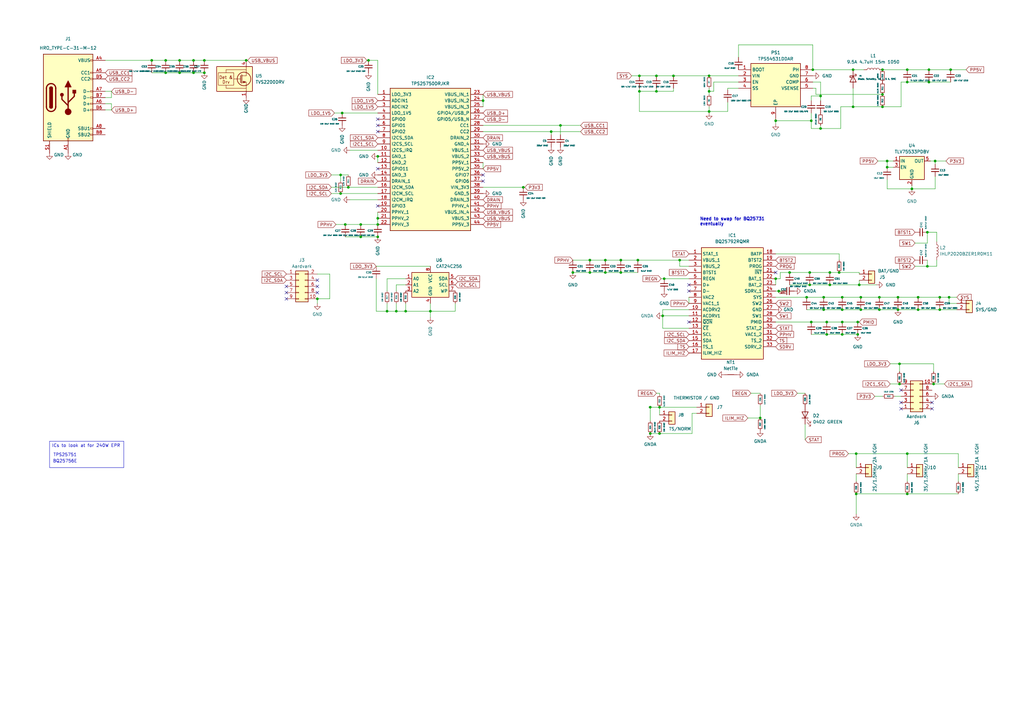
<source format=kicad_sch>
(kicad_sch (version 20231120) (generator "eeschema") (generator_version "8.0")
  (paper "A3")
  (junction (at 368.3 127))
  (junction (at 368.935 157.48))
  (junction (at 385.445 127))
  (junction (at 147.955 97.155))
  (junction (at 318.135 49.53))
  (junction (at 79.375 29.845))
  (junction (at 332.105 111.76))
  (junction (at 290.83 37.465))
  (junction (at 345.44 127))
  (junction (at 262.255 37.465))
  (junction (at 344.17 111.76))
  (junction (at 248.285 106.68))
  (junction (at 340.36 111.76))
  (junction (at 360.68 127))
  (junction (at 383.54 66.04))
  (junction (at 241.935 106.68))
  (junction (at 349.885 43.815))
  (junction (at 372.11 33.655))
  (junction (at 278.765 106.68))
  (junction (at 372.11 28.575))
  (junction (at 269.24 37.465))
  (junction (at 154.94 97.155))
  (junction (at 166.37 127.635))
  (junction (at 340.36 116.84))
  (junction (at 139.7 79.375))
  (junction (at 372.11 202.565))
  (junction (at 176.53 127.635))
  (junction (at 62.23 24.765))
  (junction (at 290.83 45.72))
  (junction (at 272.415 114.3))
  (junction (at 198.12 41.275))
  (junction (at 241.935 111.76))
  (junction (at 353.06 121.92))
  (junction (at 147.955 92.075))
  (junction (at 385.445 121.92))
  (junction (at 361.95 28.575))
  (junction (at 351.155 202.565))
  (junction (at 270.51 167.005))
  (junction (at 140.335 46.355))
  (junction (at 83.82 29.845))
  (junction (at 361.95 38.735))
  (junction (at 142.875 76.835))
  (junction (at 351.79 132.08))
  (junction (at 254.635 111.76))
  (junction (at 339.09 137.16))
  (junction (at 261.62 106.68))
  (junction (at 141.605 92.075))
  (junction (at 333.375 28.575))
  (junction (at 363.855 66.04))
  (junction (at 380.365 95.25))
  (junction (at 100.965 24.765))
  (junction (at 290.83 31.115))
  (junction (at 83.82 24.765))
  (junction (at 381 33.655))
  (junction (at 214.63 76.835))
  (junction (at 368.3 121.92))
  (junction (at 319.405 119.38))
  (junction (at 374.015 77.47))
  (junction (at 276.225 31.115))
  (junction (at 380.365 109.22))
  (junction (at 330.835 121.92))
  (junction (at 266.7 177.8))
  (junction (at 151.13 24.765))
  (junction (at 345.44 132.08))
  (junction (at 254.635 106.68))
  (junction (at 73.66 29.845))
  (junction (at 271.78 129.54))
  (junction (at 361.95 43.815))
  (junction (at 229.87 51.435))
  (junction (at 351.79 137.16))
  (junction (at 381 28.575))
  (junction (at 389.255 121.92))
  (junction (at 389.89 28.575))
  (junction (at 158.75 127.635))
  (junction (at 345.44 137.16))
  (junction (at 336.55 39.37))
  (junction (at 270.51 177.8))
  (junction (at 363.855 68.58))
  (junction (at 360.68 121.92))
  (junction (at 67.945 24.765))
  (junction (at 376.555 127))
  (junction (at 162.56 127.635))
  (junction (at 339.09 132.08))
  (junction (at 351.155 186.055))
  (junction (at 336.55 52.705))
  (junction (at 318.135 114.3))
  (junction (at 337.82 121.92))
  (junction (at 345.44 121.92))
  (junction (at 382.905 157.48))
  (junction (at 311.785 171.45))
  (junction (at 376.555 121.92))
  (junction (at 349.885 28.575))
  (junction (at 332.74 49.53))
  (junction (at 266.7 167.005))
  (junction (at 353.06 127))
  (junction (at 372.11 186.055))
  (junction (at 73.66 24.765))
  (junction (at 323.85 111.76))
  (junction (at 139.7 71.755))
  (junction (at 154.94 92.075))
  (junction (at 269.24 31.115))
  (junction (at 248.285 111.76))
  (junction (at 337.82 127))
  (junction (at 226.06 53.975))
  (junction (at 332.105 116.84))
  (junction (at 234.95 111.76))
  (junction (at 262.255 31.115))
  (junction (at 352.425 116.84))
  (junction (at 154.94 64.135))
  (junction (at 332.74 132.08))
  (junction (at 154.94 89.535))
  (junction (at 130.175 122.555))
  (junction (at 368.935 149.225))
  (junction (at 79.375 24.765))
  (junction (at 67.945 29.845))
  (no_connect (at 369.57 167.64))
  (no_connect (at 130.175 117.475))
  (no_connect (at 369.57 165.1))
  (no_connect (at 318.135 111.76))
  (no_connect (at 369.57 160.02))
  (no_connect (at 282.575 132.08))
  (no_connect (at 154.94 48.895))
  (no_connect (at 117.475 120.015))
  (no_connect (at 382.27 167.64))
  (no_connect (at 282.575 119.38))
  (no_connect (at 130.175 120.015))
  (no_connect (at 117.475 122.555))
  (no_connect (at 117.475 117.475))
  (no_connect (at 154.94 84.455))
  (no_connect (at 382.27 165.1))
  (no_connect (at 154.94 53.975))
  (no_connect (at 198.12 74.295))
  (no_connect (at 154.94 69.215))
  (no_connect (at 282.575 116.84))
  (no_connect (at 198.12 71.755))
  (no_connect (at 154.94 51.435))
  (no_connect (at 130.175 114.935))
  (wire (pts (xy 374.015 77.47) (xy 374.015 76.2)))
  (wire (pts (xy 154.94 86.995) (xy 154.94 89.535)))
  (wire (pts (xy 349.885 43.815) (xy 361.95 43.815)))
  (wire (pts (xy 254.635 106.68) (xy 261.62 106.68)))
  (wire (pts (xy 262.255 37.465) (xy 262.255 45.72)))
  (wire (pts (xy 351.155 197.485) (xy 351.155 194.31)))
  (wire (pts (xy 166.37 127.635) (xy 166.37 124.46)))
  (wire (pts (xy 336.55 52.705) (xy 332.74 52.705)))
  (wire (pts (xy 349.885 36.195) (xy 349.885 43.815)))
  (wire (pts (xy 318.135 114.3) (xy 318.135 116.84)))
  (wire (pts (xy 318.135 121.92) (xy 330.835 121.92)))
  (wire (pts (xy 158.75 127.635) (xy 162.56 127.635)))
  (wire (pts (xy 320.04 114.3) (xy 318.135 114.3)))
  (wire (pts (xy 135.255 112.395) (xy 130.175 112.395)))
  (wire (pts (xy 372.11 197.485) (xy 372.11 194.31)))
  (wire (pts (xy 337.82 127) (xy 345.44 127)))
  (wire (pts (xy 363.855 68.58) (xy 366.395 68.58)))
  (wire (pts (xy 154.94 89.535) (xy 154.94 92.075)))
  (wire (pts (xy 269.24 37.465) (xy 276.225 37.465)))
  (wire (pts (xy 248.285 111.76) (xy 241.935 111.76)))
  (wire (pts (xy 330.835 121.92) (xy 337.82 121.92)))
  (wire (pts (xy 360.68 121.92) (xy 368.3 121.92)))
  (wire (pts (xy 392.43 121.92) (xy 389.255 121.92)))
  (wire (pts (xy 393.065 186.055) (xy 393.065 191.77)))
  (wire (pts (xy 351.155 186.055) (xy 372.11 186.055)))
  (wire (pts (xy 282.575 109.22) (xy 278.765 109.22)))
  (wire (pts (xy 333.375 33.655) (xy 336.55 33.655)))
  (wire (pts (xy 282.575 134.62) (xy 271.78 134.62)))
  (wire (pts (xy 384.175 109.22) (xy 380.365 109.22)))
  (wire (pts (xy 154.305 109.22) (xy 176.53 109.22)))
  (wire (pts (xy 323.85 111.76) (xy 332.105 111.76)))
  (wire (pts (xy 351.155 210.82) (xy 351.155 202.565)))
  (wire (pts (xy 248.285 106.68) (xy 254.635 106.68)))
  (wire (pts (xy 347.98 186.055) (xy 351.155 186.055)))
  (wire (pts (xy 306.705 171.45) (xy 311.785 171.45)))
  (wire (pts (xy 330.2 180.34) (xy 330.2 173.99)))
  (wire (pts (xy 375.285 99.695) (xy 380.365 99.695)))
  (wire (pts (xy 139.7 71.755) (xy 139.7 74.295)))
  (wire (pts (xy 62.23 24.765) (xy 67.945 24.765)))
  (wire (pts (xy 262.255 37.465) (xy 262.255 36.195)))
  (wire (pts (xy 380.365 99.695) (xy 380.365 95.25)))
  (wire (pts (xy 162.56 127.635) (xy 166.37 127.635)))
  (wire (pts (xy 339.09 137.16) (xy 332.74 137.16)))
  (wire (pts (xy 352.425 111.76) (xy 352.425 112.395)))
  (wire (pts (xy 67.945 29.845) (xy 62.23 29.845)))
  (wire (pts (xy 270.51 167.005) (xy 270.51 170.18)))
  (wire (pts (xy 381 33.655) (xy 372.11 33.655)))
  (wire (pts (xy 162.56 116.84) (xy 166.37 116.84)))
  (wire (pts (xy 393.065 197.485) (xy 393.065 194.31)))
  (wire (pts (xy 345.44 127) (xy 353.06 127)))
  (wire (pts (xy 368.935 149.225) (xy 382.905 149.225)))
  (wire (pts (xy 344.17 106.68) (xy 344.17 104.14)))
  (wire (pts (xy 384.175 106.68) (xy 384.175 109.22)))
  (wire (pts (xy 143.51 81.915) (xy 154.94 81.915)))
  (wire (pts (xy 271.78 129.54) (xy 271.78 127)))
  (wire (pts (xy 337.82 121.92) (xy 345.44 121.92)))
  (wire (pts (xy 234.95 106.68) (xy 241.935 106.68)))
  (wire (pts (xy 283.845 177.8) (xy 270.51 177.8)))
  (wire (pts (xy 266.7 167.005) (xy 266.7 172.72)))
  (wire (pts (xy 101.6 24.765) (xy 100.965 24.765)))
  (wire (pts (xy 332.105 111.76) (xy 340.36 111.76)))
  (wire (pts (xy 383.54 66.04) (xy 381.635 66.04)))
  (wire (pts (xy 332.74 132.08) (xy 339.09 132.08)))
  (wire (pts (xy 254.635 111.76) (xy 248.285 111.76)))
  (wire (pts (xy 142.875 76.835) (xy 154.94 76.835)))
  (wire (pts (xy 318.135 50.8) (xy 318.135 49.53)))
  (wire (pts (xy 238.125 51.435) (xy 229.87 51.435)))
  (wire (pts (xy 226.06 55.245) (xy 226.06 53.975)))
  (wire (pts (xy 368.935 152.4) (xy 368.935 149.225)))
  (wire (pts (xy 333.375 28.575) (xy 349.885 28.575)))
  (wire (pts (xy 270.51 161.29) (xy 269.24 161.29)))
  (wire (pts (xy 226.06 53.975) (xy 198.12 53.975)))
  (wire (pts (xy 158.75 127.635) (xy 158.75 124.46)))
  (wire (pts (xy 382.27 157.48) (xy 382.905 157.48)))
  (wire (pts (xy 166.37 114.3) (xy 158.75 114.3)))
  (wire (pts (xy 372.11 186.055) (xy 393.065 186.055)))
  (wire (pts (xy 367.03 162.56) (xy 369.57 162.56)))
  (wire (pts (xy 285.75 169.545) (xy 283.845 169.545)))
  (wire (pts (xy 333.375 18.415) (xy 333.375 28.575)))
  (wire (pts (xy 392.43 124.46) (xy 389.255 124.46)))
  (wire (pts (xy 139.7 79.375) (xy 154.94 79.375)))
  (wire (pts (xy 176.53 127.635) (xy 176.53 124.46)))
  (wire (pts (xy 186.69 127.635) (xy 176.53 127.635)))
  (wire (pts (xy 353.06 127) (xy 360.68 127)))
  (wire (pts (xy 290.83 36.195) (xy 290.83 37.465)))
  (wire (pts (xy 345.44 137.16) (xy 339.09 137.16)))
  (wire (pts (xy 79.375 29.845) (xy 73.66 29.845)))
  (wire (pts (xy 45.72 40.005) (xy 43.18 40.005)))
  (wire (pts (xy 358.775 162.56) (xy 361.95 162.56)))
  (wire (pts (xy 352.425 114.935) (xy 352.425 116.84)))
  (wire (pts (xy 135.89 71.755) (xy 139.7 71.755)))
  (wire (pts (xy 241.935 106.68) (xy 248.285 106.68)))
  (wire (pts (xy 344.805 52.705) (xy 344.805 43.815)))
  (wire (pts (xy 270.51 167.005) (xy 285.75 167.005)))
  (wire (pts (xy 332.74 49.53) (xy 332.74 46.355)))
  (wire (pts (xy 270.51 161.925) (xy 270.51 161.29)))
  (wire (pts (xy 186.69 124.46) (xy 186.69 127.635)))
  (wire (pts (xy 269.24 31.115) (xy 276.225 31.115)))
  (wire (pts (xy 261.62 106.68) (xy 278.765 106.68)))
  (wire (pts (xy 154.94 24.765) (xy 154.94 38.735)))
  (wire (pts (xy 282.575 124.46) (xy 282.575 121.92)))
  (wire (pts (xy 381 28.575) (xy 389.89 28.575)))
  (wire (pts (xy 276.225 31.115) (xy 290.83 31.115)))
  (wire (pts (xy 363.855 66.04) (xy 363.855 68.58)))
  (wire (pts (xy 43.18 24.765) (xy 62.23 24.765)))
  (wire (pts (xy 158.75 114.3) (xy 158.75 119.38)))
  (wire (pts (xy 320.04 111.76) (xy 323.85 111.76)))
  (wire (pts (xy 372.11 28.575) (xy 381 28.575)))
  (wire (pts (xy 135.255 122.555) (xy 135.255 112.395)))
  (wire (pts (xy 278.765 106.68) (xy 282.575 106.68)))
  (wire (pts (xy 344.805 43.815) (xy 349.885 43.815)))
  (wire (pts (xy 344.17 104.14) (xy 318.135 104.14)))
  (wire (pts (xy 276.225 37.465) (xy 276.225 36.195)))
  (wire (pts (xy 385.445 121.92) (xy 389.255 121.92)))
  (wire (pts (xy 214.63 76.835) (xy 198.12 76.835)))
  (wire (pts (xy 372.11 33.655) (xy 369.57 33.655)))
  (wire (pts (xy 292.735 33.655) (xy 302.895 33.655)))
  (wire (pts (xy 278.765 109.22) (xy 278.765 106.68)))
  (wire (pts (xy 382.905 157.48) (xy 387.35 157.48)))
  (wire (pts (xy 143.51 61.595) (xy 154.94 61.595)))
  (wire (pts (xy 360.045 66.04) (xy 363.855 66.04)))
  (wire (pts (xy 334.645 38.735) (xy 334.645 36.195)))
  (wire (pts (xy 302.895 23.495) (xy 302.895 18.415)))
  (wire (pts (xy 290.83 45.72) (xy 262.255 45.72)))
  (wire (pts (xy 238.125 53.975) (xy 226.06 53.975)))
  (wire (pts (xy 198.12 41.275) (xy 198.12 43.815)))
  (wire (pts (xy 344.17 111.76) (xy 352.425 111.76)))
  (wire (pts (xy 320.675 119.38) (xy 319.405 119.38)))
  (wire (pts (xy 43.18 37.465) (xy 45.72 37.465)))
  (wire (pts (xy 298.45 36.195) (xy 302.895 36.195)))
  (wire (pts (xy 359.41 116.84) (xy 352.425 116.84)))
  (wire (pts (xy 372.11 186.055) (xy 372.11 191.77)))
  (wire (pts (xy 363.855 73.66) (xy 363.855 77.47)))
  (wire (pts (xy 389.255 124.46) (xy 389.255 121.92)))
  (wire (pts (xy 290.83 46.355) (xy 290.83 45.72)))
  (wire (pts (xy 135.89 76.835) (xy 142.875 76.835)))
  (wire (pts (xy 323.85 116.84) (xy 332.105 116.84)))
  (wire (pts (xy 130.175 122.555) (xy 135.255 122.555)))
  (wire (pts (xy 45.72 45.085) (xy 43.18 45.085)))
  (wire (pts (xy 311.785 161.29) (xy 307.975 161.29)))
  (wire (pts (xy 319.405 119.38) (xy 319.405 120.015)))
  (wire (pts (xy 336.55 39.37) (xy 336.55 41.275)))
  (wire (pts (xy 351.79 137.16) (xy 345.44 137.16)))
  (wire (pts (xy 176.53 127.635) (xy 166.37 127.635)))
  (wire (pts (xy 137.795 92.075) (xy 141.605 92.075)))
  (wire (pts (xy 147.955 92.075) (xy 154.94 92.075)))
  (wire (pts (xy 261.62 111.76) (xy 254.635 111.76)))
  (wire (pts (xy 351.155 186.055) (xy 351.155 191.77)))
  (wire (pts (xy 311.785 171.45) (xy 311.785 166.37)))
  (wire (pts (xy 290.83 45.72) (xy 298.45 45.72)))
  (wire (pts (xy 380.365 109.22) (xy 380.365 106.68)))
  (wire (pts (xy 135.89 79.375) (xy 139.7 79.375)))
  (wire (pts (xy 269.24 37.465) (xy 269.24 36.195)))
  (wire (pts (xy 352.425 116.84) (xy 340.36 116.84)))
  (wire (pts (xy 368.3 121.92) (xy 376.555 121.92)))
  (wire (pts (xy 266.065 167.005) (xy 266.7 167.005)))
  (wire (pts (xy 396.24 28.575) (xy 389.89 28.575)))
  (wire (pts (xy 290.83 37.465) (xy 292.735 37.465)))
  (wire (pts (xy 198.12 38.735) (xy 198.12 41.275)))
  (wire (pts (xy 67.945 24.765) (xy 73.66 24.765)))
  (wire (pts (xy 83.82 29.845) (xy 79.375 29.845)))
  (wire (pts (xy 266.7 167.005) (xy 270.51 167.005)))
  (wire (pts (xy 271.78 127) (xy 282.575 127)))
  (wire (pts (xy 283.845 169.545) (xy 283.845 177.8)))
  (wire (pts (xy 372.11 28.575) (xy 361.95 28.575)))
  (wire (pts (xy 154.94 97.155) (xy 147.955 97.155)))
  (wire (pts (xy 361.95 43.815) (xy 369.57 43.815)))
  (wire (pts (xy 383.54 66.04) (xy 383.54 67.31)))
  (wire (pts (xy 154.94 64.135) (xy 154.94 66.675)))
  (wire (pts (xy 45.72 37.465) (xy 45.72 40.005)))
  (wire (pts (xy 271.78 134.62) (xy 271.78 129.54)))
  (wire (pts (xy 332.74 41.275) (xy 332.74 39.37)))
  (wire (pts (xy 162.56 127.635) (xy 162.56 124.46)))
  (wire (pts (xy 360.68 127) (xy 368.3 127)))
  (wire (pts (xy 365.125 149.225) (xy 368.935 149.225)))
  (wire (pts (xy 340.36 111.76) (xy 344.17 111.76)))
  (wire (pts (xy 382.905 149.225) (xy 382.905 152.4)))
  (wire (pts (xy 318.135 49.53) (xy 318.135 48.895)))
  (wire (pts (xy 162.56 119.38) (xy 162.56 116.84)))
  (wire (pts (xy 215.265 76.835) (xy 214.63 76.835)))
  (wire (pts (xy 384.175 95.25) (xy 380.365 95.25)))
  (wire (pts (xy 330.835 127) (xy 337.82 127)))
  (wire (pts (xy 330.2 161.29) (xy 327.025 161.29)))
  (wire (pts (xy 229.87 55.245) (xy 229.87 51.435)))
  (wire (pts (xy 292.735 37.465) (xy 292.735 33.655)))
  (wire (pts (xy 290.83 45.72) (xy 290.83 43.815)))
  (wire (pts (xy 383.54 77.47) (xy 374.015 77.47)))
  (wire (pts (xy 334.645 36.195) (xy 333.375 36.195)))
  (wire (pts (xy 198.12 66.675) (xy 198.12 69.215)))
  (wire (pts (xy 389.89 33.655) (xy 381 33.655)))
  (wire (pts (xy 272.415 114.3) (xy 282.575 114.3)))
  (wire (pts (xy 376.555 127) (xy 385.445 127)))
  (wire (pts (xy 271.78 129.54) (xy 282.575 129.54)))
  (wire (pts (xy 154.305 114.3) (xy 154.305 127.635)))
  (wire (pts (xy 262.255 31.115) (xy 269.24 31.115)))
  (wire (pts (xy 369.57 33.655) (xy 369.57 43.815)))
  (wire (pts (xy 150.495 24.765) (xy 151.13 24.765)))
  (wire (pts (xy 368.935 157.48) (xy 369.57 157.48)))
  (wire (pts (xy 387.985 66.04) (xy 383.54 66.04)))
  (wire (pts (xy 154.305 127.635) (xy 158.75 127.635)))
  (wire (pts (xy 332.74 39.37) (xy 336.55 39.37)))
  (wire (pts (xy 385.445 127) (xy 392.43 127)))
  (wire (pts (xy 334.645 38.735) (xy 361.95 38.735)))
  (wire (pts (xy 271.145 114.3) (xy 272.415 114.3)))
  (wire (pts (xy 141.605 97.155) (xy 147.955 97.155)))
  (wire (pts (xy 345.44 121.92) (xy 353.06 121.92)))
  (wire (pts (xy 318.135 132.08) (xy 332.74 132.08)))
  (wire (pts (xy 302.895 18.415) (xy 333.375 18.415)))
  (wire (pts (xy 375.285 109.22) (xy 380.365 109.22)))
  (wire (pts (xy 363.855 77.47) (xy 374.015 77.47)))
  (wire (pts (xy 320.04 111.76) (xy 320.04 114.3)))
  (wire (pts (xy 368.3 127) (xy 376.555 127)))
  (wire (pts (xy 270.51 177.8) (xy 266.7 177.8)))
  (wire (pts (xy 140.335 46.355) (xy 154.94 46.355)))
  (wire (pts (xy 176.53 130.175) (xy 176.53 127.635)))
  (wire (pts (xy 319.405 119.38) (xy 318.135 119.38)))
  (wire (pts (xy 352.425 132.08) (xy 351.79 132.08)))
  (wire (pts (xy 79.375 24.765) (xy 83.82 24.765)))
  (wire (pts (xy 372.11 202.565) (xy 351.155 202.565)))
  (wire (pts (xy 360.68 121.92) (xy 353.06 121.92)))
  (wire (pts (xy 365.125 157.48) (xy 368.935 157.48)))
  (wire (pts (xy 336.55 51.435) (xy 336.55 52.705)))
  (wire (pts (xy 336.55 52.705) (xy 344.805 52.705)))
  (wire (pts (xy 151.13 24.765) (xy 154.94 24.765)))
  (wire (pts (xy 345.44 132.08) (xy 351.79 132.08)))
  (wire (pts (xy 83.82 24.765) (xy 100.965 24.765)))
  (wire (pts (xy 45.72 42.545) (xy 45.72 45.085)))
  (wire (pts (xy 130.175 124.46) (xy 130.175 122.555)))
  (wire (pts (xy 298.45 45.72) (xy 298.45 41.91)))
  (wire (pts (xy 290.83 37.465) (xy 290.83 38.735)))
  (wire (pts (xy 298.45 36.83) (xy 298.45 36.195)))
  (wire (pts (xy 376.555 121.92) (xy 385.445 121.92)))
  (wire (pts (xy 43.18 42.545) (xy 45.72 42.545)))
  (wire (pts (xy 332.105 116.84) (xy 340.36 116.84)))
  (wire (pts (xy 262.255 37.465) (xy 269.24 37.465)))
  (wire (pts (xy 262.255 31.115) (xy 259.08 31.115)))
  (wire (pts (xy 332.74 52.705) (xy 332.74 49.53)))
  (wire (pts (xy 73.66 29.845) (xy 67.945 29.845)))
  (wire (pts (xy 339.09 132.08) (xy 345.44 132.08)))
  (wire (pts (xy 383.54 72.39) (xy 383.54 77.47)))
  (wire (pts (xy 363.855 66.04) (xy 366.395 66.04)))
  (wire (pts (xy 354.33 28.575) (xy 349.885 28.575)))
  (wire (pts (xy 290.83 31.115) (xy 302.895 31.115)))
  (wire (pts (xy 229.87 51.435) (xy 198.12 51.435)))
  (wire (pts (xy 73.66 24.765) (xy 79.375 24.765)))
  (wire (pts (xy 137.16 46.355) (xy 140.335 46.355)))
  (wire (pts (xy 372.11 202.565) (xy 393.065 202.565)))
  (wire (pts (xy 141.605 92.075) (xy 147.955 92.075)))
  (wire (pts (xy 241.935 111.76) (xy 234.95 111.76)))
  (wire (pts (xy 384.175 95.25) (xy 384.175 99.06)))
  (wire (pts (xy 332.74 49.53) (xy 318.135 49.53)))
  (wire (pts (xy 139.7 71.755) (xy 142.875 71.755)))
  (wire (pts (xy 336.55 33.655) (xy 336.55 39.37)))
  (text_box "ICs to look at for 240W EPR" (at 20.32 180.975 0) (size 30.48 10.795) (effects (font (size 1.27 1.27)) (justify left top)))
  (text "Need to swap for BQ25731\neventually" (at 287.02 92.71 0) (effects (font (size 1.27 1.27) (thickness 0.254) (bold yes)) (justify left bottom)))
  (text "BQ25756E" (at 26.67 189.23 0) (effects (font (size 1.27 1.27))))
  (text "TPS25751" (at 26.67 186.69 0) (effects (font (size 1.27 1.27))))
  (global_label "BTST2" (shape input) (at 318.135 106.68 0) (property "Intersheetrefs" "${INTERSHEET_REFS}" (effects (hide yes))))
  (global_label "USB_D-" (shape input) (at 198.12 48.895 0) (property "Intersheetrefs" "${INTERSHEET_REFS}" (effects (hide yes))))
  (global_label "USB_VBUS" (shape input) (at 198.12 89.535 0) (property "Intersheetrefs" "${INTERSHEET_REFS}" (effects (hide yes))))
  (global_label "USB_D-" (shape input) (at 45.72 37.465 0) (property "Intersheetrefs" "${INTERSHEET_REFS}" (effects (hide yes))))
  (global_label "TS" (shape input) (at 282.575 142.24 180) (property "Intersheetrefs" "${INTERSHEET_REFS}" (effects (hide yes))))
  (global_label "PP5V" (shape input) (at 360.045 66.04 180) (property "Intersheetrefs" "${INTERSHEET_REFS}" (effects (hide yes))))
  (global_label "PROG" (shape input) (at 347.98 186.055 180) (property "Intersheetrefs" "${INTERSHEET_REFS}" (effects (hide yes))))
  (global_label "SW1" (shape input) (at 318.135 129.54 0) (property "Intersheetrefs" "${INTERSHEET_REFS}" (effects (hide yes))))
  (global_label "REGN" (shape input) (at 269.24 161.29 180) (property "Intersheetrefs" "${INTERSHEET_REFS}" (effects (hide yes))))
  (global_label "LDO_3V3" (shape input) (at 154.305 109.22 180) (property "Intersheetrefs" "${INTERSHEET_REFS}" (effects (hide yes))))
  (global_label "STAT" (shape input) (at 318.135 134.62 0) (property "Intersheetrefs" "${INTERSHEET_REFS}" (effects (hide yes))))
  (global_label "STAT" (shape input) (at 282.575 104.14 180) (property "Intersheetrefs" "${INTERSHEET_REFS}" (effects (hide yes))))
  (global_label "P3V3" (shape input) (at 387.985 66.04 0) (property "Intersheetrefs" "${INTERSHEET_REFS}" (effects (hide yes))))
  (global_label "I2C_SDA" (shape input) (at 186.69 114.3 0) (property "Intersheetrefs" "${INTERSHEET_REFS}" (effects (hide yes))))
  (global_label "PMID" (shape input) (at 352.425 132.08 0) (property "Intersheetrefs" "${INTERSHEET_REFS}" (effects (hide yes))))
  (global_label "SYS" (shape input) (at 392.43 121.92 0) (property "Intersheetrefs" "${INTERSHEET_REFS}" (effects (hide yes))))
  (global_label "PPHV" (shape input) (at 282.575 124.46 180) (property "Intersheetrefs" "${INTERSHEET_REFS}" (effects (hide yes))))
  (global_label "SW2" (shape input) (at 318.135 124.46 0) (property "Intersheetrefs" "${INTERSHEET_REFS}" (effects (hide yes))))
  (global_label "I2C_SDA" (shape input) (at 117.475 114.935 180) (property "Intersheetrefs" "${INTERSHEET_REFS}" (effects (hide yes))))
  (global_label "PPHV" (shape input) (at 137.795 92.075 180) (property "Intersheetrefs" "${INTERSHEET_REFS}" (effects (hide yes))))
  (global_label "I2C1_SDA" (shape input) (at 387.35 157.48 0) (property "Intersheetrefs" "${INTERSHEET_REFS}" (effects (hide yes))))
  (global_label "I2C1_SCL" (shape input) (at 365.125 157.48 180) (property "Intersheetrefs" "${INTERSHEET_REFS}" (effects (hide yes))))
  (global_label "SDRV" (shape input) (at 319.405 120.015 0) (effects (font (size 0.5 0.5))) (property "Intersheetrefs" "${INTERSHEET_REFS}" (effects (hide yes))))
  (global_label "I2C1_SDA" (shape input) (at 154.94 56.515 180) (property "Intersheetrefs" "${INTERSHEET_REFS}" (effects (hide yes))))
  (global_label "SW1" (shape input) (at 375.285 99.695 180) (property "Intersheetrefs" "${INTERSHEET_REFS}" (effects (hide yes))))
  (global_label "I2C_SDA" (shape input) (at 135.89 76.835 180) (property "Intersheetrefs" "${INTERSHEET_REFS}" (effects (hide yes))))
  (global_label "LDO_3V3" (shape input) (at 150.495 24.765 180) (property "Intersheetrefs" "${INTERSHEET_REFS}" (effects (hide yes))))
  (global_label "TS" (shape input) (at 318.135 139.7 0) (property "Intersheetrefs" "${INTERSHEET_REFS}" (effects (hide yes))))
  (global_label "USB_D+" (shape input) (at 198.12 46.355 0) (property "Intersheetrefs" "${INTERSHEET_REFS}" (effects (hide yes))))
  (global_label "PPHV" (shape input) (at 198.12 84.455 0) (property "Intersheetrefs" "${INTERSHEET_REFS}" (effects (hide yes))))
  (global_label "USB_CC1" (shape input) (at 238.125 51.435 0) (property "Intersheetrefs" "${INTERSHEET_REFS}" (effects (hide yes))))
  (global_label "USB_D+" (shape input) (at 45.72 45.085 0) (property "Intersheetrefs" "${INTERSHEET_REFS}" (effects (hide yes))))
  (global_label "PPHV" (shape input) (at 234.95 106.68 180) (property "Intersheetrefs" "${INTERSHEET_REFS}" (effects (hide yes))))
  (global_label "I2C_SCL" (shape input) (at 186.69 116.84 0) (property "Intersheetrefs" "${INTERSHEET_REFS}" (effects (hide yes))))
  (global_label "I2C_SCL" (shape input) (at 117.475 112.395 180) (property "Intersheetrefs" "${INTERSHEET_REFS}" (effects (hide yes))))
  (global_label "USB_VBUS" (shape input) (at 198.12 86.995 0) (property "Intersheetrefs" "${INTERSHEET_REFS}" (effects (hide yes))))
  (global_label "DRAIN" (shape input) (at 154.94 74.295 180) (property "Intersheetrefs" "${INTERSHEET_REFS}" (effects (hide yes))))
  (global_label "USB_CC1" (shape input) (at 43.18 29.845 0) (property "Intersheetrefs" "${INTERSHEET_REFS}" (effects (hide yes))))
  (global_label "I2C1_SCL" (shape input) (at 154.94 59.055 180) (property "Intersheetrefs" "${INTERSHEET_REFS}" (effects (hide yes))))
  (global_label "LDO_3V3" (shape input) (at 135.89 71.755 180) (property "Intersheetrefs" "${INTERSHEET_REFS}" (effects (hide yes))))
  (global_label "BTST2" (shape input) (at 375.285 106.68 180) (property "Intersheetrefs" "${INTERSHEET_REFS}" (effects (hide yes))))
  (global_label "I2C_SCL" (shape input) (at 282.575 137.16 180) (property "Intersheetrefs" "${INTERSHEET_REFS}" (effects (hide yes))))
  (global_label "SDRV" (shape input) (at 318.135 142.24 0) (property "Intersheetrefs" "${INTERSHEET_REFS}" (effects (hide yes))))
  (global_label "USB_CC2" (shape input) (at 43.18 32.385 0) (property "Intersheetrefs" "${INTERSHEET_REFS}" (effects (hide yes))))
  (global_label "BTST1" (shape input) (at 375.285 95.25 180) (property "Intersheetrefs" "${INTERSHEET_REFS}" (effects (hide yes))))
  (global_label "USB_VBUS" (shape input) (at 198.12 61.595 0) (property "Intersheetrefs" "${INTERSHEET_REFS}" (effects (hide yes))))
  (global_label "P3V3" (shape input) (at 358.775 162.56 180) (property "Intersheetrefs" "${INTERSHEET_REFS}" (effects (hide yes))))
  (global_label "I2C_SDA" (shape input) (at 282.575 139.7 180) (property "Intersheetrefs" "${INTERSHEET_REFS}" (effects (hide yes))))
  (global_label "USB_VBUS" (shape input) (at 101.6 24.765 0) (property "Intersheetrefs" "${INTERSHEET_REFS}" (effects (hide yes))))
  (global_label "DRAIN" (shape input) (at 198.12 81.915 0) (property "Intersheetrefs" "${INTERSHEET_REFS}" (effects (hide yes))))
  (global_label "REGN" (shape input) (at 307.975 161.29 180) (property "Intersheetrefs" "${INTERSHEET_REFS}" (effects (hide yes))))
  (global_label "DRAIN" (shape input) (at 198.12 56.515 0) (property "Intersheetrefs" "${INTERSHEET_REFS}" (effects (hide yes))))
  (global_label "PPHV" (shape input) (at 318.135 137.16 0) (property "Intersheetrefs" "${INTERSHEET_REFS}" (effects (hide yes))))
  (global_label "ILIM_HIZ" (shape input) (at 282.575 144.78 180) (property "Intersheetrefs" "${INTERSHEET_REFS}" (effects (hide yes))))
  (global_label "P3V3" (shape input) (at 215.265 76.835 0) (property "Intersheetrefs" "${INTERSHEET_REFS}" (effects (hide yes))))
  (global_label "SYS" (shape input) (at 259.08 31.115 180) (property "Intersheetrefs" "${INTERSHEET_REFS}" (effects (hide yes))))
  (global_label "LDO_1V5" (shape input) (at 154.94 41.275 180) (property "Intersheetrefs" "${INTERSHEET_REFS}" (effects (hide yes))))
  (global_label "SW2" (shape input) (at 375.285 109.22 180) (property "Intersheetrefs" "${INTERSHEET_REFS}" (effects (hide yes))))
  (global_label "PROG" (shape input) (at 318.135 109.22 0) (property "Intersheetrefs" "${INTERSHEET_REFS}" (effects (hide yes))))
  (global_label "LDO_1V5" (shape input) (at 137.16 46.355 180) (property "Intersheetrefs" "${INTERSHEET_REFS}" (effects (hide yes))))
  (global_label "PP5V" (shape input) (at 396.24 28.575 0) (property "Intersheetrefs" "${INTERSHEET_REFS}" (effects (hide yes))))
  (global_label "REGN" (shape input) (at 271.145 114.3 180) (property "Intersheetrefs" "${INTERSHEET_REFS}" (effects (hide yes))))
  (global_label "BTST1" (shape input) (at 282.575 111.76 180) (property "Intersheetrefs" "${INTERSHEET_REFS}" (effects (hide yes))))
  (global_label "STAT" (shape input) (at 330.2 180.34 0) (property "Intersheetrefs" "${INTERSHEET_REFS}" (effects (hide yes))))
  (global_label "PP5V" (shape input) (at 198.12 69.215 0) (property "Intersheetrefs" "${INTERSHEET_REFS}" (effects (hide yes))))
  (global_label "USB_VBUS" (shape input) (at 198.12 38.735 0) (property "Intersheetrefs" "${INTERSHEET_REFS}" (effects (hide yes))))
  (global_label "PP5V" (shape input) (at 198.12 92.075 0) (property "Intersheetrefs" "${INTERSHEET_REFS}" (effects (hide yes))))
  (global_label "LDO_3V3" (shape input) (at 327.025 161.29 180) (property "Intersheetrefs" "${INTERSHEET_REFS}" (effects (hide yes))))
  (global_label "USB_CC2" (shape input) (at 238.125 53.975 0) (property "Intersheetrefs" "${INTERSHEET_REFS}" (effects (hide yes))))
  (global_label "I2C_SCL" (shape input) (at 135.89 79.375 180) (property "Intersheetrefs" "${INTERSHEET_REFS}" (effects (hide yes))))
  (global_label "USB_VBUS" (shape input) (at 198.12 64.135 0) (property "Intersheetrefs" "${INTERSHEET_REFS}" (effects (hide yes))))
  (global_label "LDO_3V3" (shape input) (at 365.125 149.225 180) (property "Intersheetrefs" "${INTERSHEET_REFS}" (effects (hide yes))))
  (global_label "LDO_1V5" (shape input) (at 154.94 43.815 180) (property "Intersheetrefs" "${INTERSHEET_REFS}" (effects (hide yes))))
  (global_label "ILIM_HIZ" (shape input) (at 306.705 171.45 180) (property "Intersheetrefs" "${INTERSHEET_REFS}" (effects (hide yes))))
  (symbol (lib_id "power:GNDA") (at 271.78 129.54 270) (unit 1)
    (property "Reference" "#PWR026" (effects (hide yes)))
    (property "Value" "GNDA" (at 267.97 129.54 90) (effects (justify right)))
  )
  (symbol (lib_id "Device:C_Small") (at 151.13 27.305 0) (mirror y) (unit 1)
    (property "Reference" "C25" (at 149.225 27.305 0) (effects (font (size 0.75 0.75)) (justify left)))
    (property "Value" "10V 10uF 0402 X5R" (at 149.86 29.21 0) (effects (font (size 0.5 0.5)) (justify left)))
    (property "Footprint" "Capacitor_SMD:C_0402_1005Metric" (effects (hide yes)))
  )
  (symbol (lib_id "Device:R_Small") (at 290.83 33.655 180) (unit 1)
    (property "Reference" "R7" (at 290.83 33.655 90) (effects (font (size 0.5 0.5))))
    (property "Value" "665K 0603" (at 288.925 33.655 90) (effects (font (size 0.5 0.5))))
    (property "Footprint" "Resistor_SMD:R_0603_1608Metric" (effects (hide yes)))
  )
  (symbol (lib_id "power:GND") (at 351.79 137.16 0) (unit 1)
    (property "Reference" "#PWR027" (effects (hide yes)))
    (property "Value" "GND" (at 351.79 142.24 0))
  )
  (symbol (lib_id "power:GND") (at 368.3 127 0) (unit 1)
    (property "Reference" "#PWR030" (effects (hide yes)))
    (property "Value" "GND" (at 368.3 132.08 0))
  )
  (symbol (lib_id "Connector_Generic:Conn_01x02") (at 357.505 112.395 0) (unit 1)
    (property "Reference" "J5" (at 360.68 113.665 0) (effects (justify left)))
    (property "Value" "BAT/GND" (at 360.045 111.125 0) (effects (justify left)))
    (property "Footprint" "Connector_PinHeader_2.54mm:PinHeader_1x02_P2.54mm_Vertical" (effects (hide yes)))
  )
  (symbol (lib_id "Device:C_Small") (at 154.94 94.615 0) (mirror y) (unit 1)
    (property "Reference" "C29" (at 153.035 94.615 0) (effects (font (size 0.75 0.75)) (justify left)))
    (property "Value" "0.1uF 0402 X5R 35V" (at 153.67 96.52 0) (effects (font (size 0.5 0.5)) (justify left)))
    (property "Footprint" "Capacitor_SMD:C_0402_1005Metric" (effects (hide yes)))
  )
  (symbol (lib_id "Device:L") (at 384.175 102.87 0) (unit 1)
    (property "Reference" "L2" (at 385.445 101.6 0) (effects (justify left)))
    (property "Value" "IHLP2020BZER1R0M11" (at 385.445 104.14 0) (effects (justify left)))
    (property "Footprint" "Inductor_SMD:L_Vishay_IHLP-2020" (effects (hide yes)))
  )
  (symbol (lib_id "Device:R_Small") (at 266.7 175.26 0) (mirror x) (unit 1)
    (property "Reference" "R34" (at 266.7 175.26 90) (effects (font (size 0.5 0.5))))
    (property "Value" "30.1K 0402" (at 268.605 175.26 90) (effects (font (size 0.5 0.5))))
    (property "Footprint" "Resistor_SMD:R_0402_1005Metric" (effects (hide yes)))
  )
  (symbol (lib_id "Device:D_Schottky") (at 349.885 32.385 270) (unit 1)
    (property "Reference" "D1" (at 352.425 31.115 90) (effects (font (size 0.5 0.5)) (justify left)))
    (property "Value" "Diode, Schottky, 40 V, 5 A, SMC" (at 351.79 32.385 90) (effects (font (size 0.635 0.635)) (justify left)))
    (property "Footprint" "Diode_SMD:D_SMC" (effects (hide yes)))
  )
  (symbol (lib_id "power:GND") (at 198.12 59.055 90) (unit 1)
    (property "Reference" "#PWR04" (effects (hide yes)))
    (property "Value" "GND" (at 203.835 59.055 90))
  )
  (symbol (lib_id "BQ25792RQMR:BQ25792RQMR") (at 282.575 104.14 0) (unit 1)
    (property "Reference" "IC1" (at 300.355 96.52 0))
    (property "Value" "BQ25792RQMR" (at 300.355 99.06 0))
    (property "Footprint" "BQ25792RQMR:BQ25792RQMR" (effects (hide yes)))
    (property "Height" "1" (effects (hide yes)))
    (property "Mouser Part Number" "595-BQ25792RQMR" (effects (hide yes)))
    (property "Mouser Price/Stock" "https://www.mouser.co.uk/ProductDetail/Texas-Instruments/BQ25792RQMR?qs=81r%252BiQLm7BSrfMJlEm4Auw%3D%3D" (effects (hide yes)))
    (property "Manufacturer_Name" "Texas Instruments" (effects (hide yes)))
    (property "Manufacturer_Part_Number" "BQ25792RQMR" (effects (hide yes)))
  )
  (symbol (lib_id "Device:C_Small") (at 332.105 114.3 0) (unit 1)
    (property "Reference" "C50" (at 334.01 114.3 0) (effects (font (size 0.75 0.75)) (justify left)))
    (property "Value" "50V 10uF 0603" (at 333.375 116.205 0) (effects (font (size 0.5 0.5)) (justify left)))
    (property "Footprint" "Capacitor_SMD:C_0603_1608Metric" (effects (hide yes)))
  )
  (symbol (lib_id "Device:C_Small") (at 385.445 124.46 0) (unit 1)
    (property "Reference" "C59" (at 387.35 124.46 0) (effects (font (size 0.75 0.75)) (justify left)))
    (property "Value" "50V 10uF 0805" (at 386.715 126.365 0) (effects (font (size 0.5 0.5)) (justify left)))
    (property "Footprint" "Capacitor_SMD:C_0805_2012Metric" (effects (hide yes)))
  )
  (symbol (lib_id "power:GND") (at 272.415 119.38 0) (unit 1)
    (property "Reference" "#PWR028" (effects (hide yes)))
    (property "Value" "GND" (at 272.415 124.46 0))
  )
  (symbol (lib_id "Connector_Generic:Conn_01x02") (at 275.59 170.18 0) (unit 1)
    (property "Reference" "J8" (at 278.13 170.18 0) (effects (justify left)))
    (property "Value" "TS/NORM" (at 274.32 175.895 0) (effects (justify left)))
    (property "Footprint" "Connector_PinHeader_2.54mm:PinHeader_1x02_P2.54mm_Vertical" (effects (hide yes)))
  )
  (symbol (lib_id "power:GNDA") (at 382.27 162.56 90) (unit 1)
    (property "Reference" "#PWR035" (effects (hide yes)))
    (property "Value" "GNDA" (at 386.08 162.56 90) (effects (justify right)))
  )
  (symbol (lib_id "TPS54531DDAR:TPS54531DDAR") (at 302.895 28.575 0) (unit 1)
    (property "Reference" "PS1" (at 318.135 21.59 0))
    (property "Value" "TPS54531DDAR" (at 318.135 24.13 0))
    (property "Footprint" "TPS54531DDAR:SOIC127P600X170-9N" (effects (hide yes)))
    (property "Datasheet" "http://www.ti.com/lit/gpn/tps54531" (effects (hide yes)))
    (property "Height" "1.7" (effects (hide yes)))
    (property "Mouser Part Number" "595-TPS54531DDAR" (effects (hide yes)))
    (property "Mouser Price/Stock" "https://www.mouser.co.uk/ProductDetail/Texas-Instruments/TPS54531DDAR?qs=jA5Ki6243onykODzUePbag%3D%3D" (effects (hide yes)))
    (property "Manufacturer_Name" "Texas Instruments" (effects (hide yes)))
    (property "Manufacturer_Part_Number" "TPS54531DDAR" (effects (hide yes)))
  )
  (symbol (lib_id "Connector_Generic:Conn_02x05_Odd_Even") (at 374.65 162.56 0) (mirror x) (unit 1)
    (property "Reference" "J6" (at 375.92 173.355 0))
    (property "Value" "Aardvark" (at 375.92 170.815 0))
    (property "Footprint" "Connector_PinHeader_2.54mm:PinHeader_2x05_P2.54mm_Vertical" (effects (hide yes)))
  )
  (symbol (lib_id "power:GNDA") (at 266.7 177.8 0) (unit 1)
    (property "Reference" "#PWR036" (effects (hide yes)))
    (property "Value" "GNDA" (at 266.7 182.245 0))
  )
  (symbol (lib_id "TPS25750DRJKR:TPS25750DRJKR") (at 154.94 38.735 0) (unit 1)
    (property "Reference" "IC2" (at 176.53 31.75 0))
    (property "Value" "TPS25750DRJKR" (at 176.53 34.29 0))
    (property "Footprint" "TPS25750DRJKR:TPS25750DRJKR" (effects (hide yes)))
    (property "Datasheet" "https://www.ti.com/lit/ds/symlink/tps25750.pdf?ts=1610417214819&ref_url=https%253A%252F%252Fwww.ti.com%252Finterface%252Fusb%252Ftype-c-and-power-delivery%252Fproducts.html" (effects (hide yes)))
    (property "Height" "0.8" (effects (hide yes)))
    (property "Mouser Part Number" "595-TPS25750DRJKR" (effects (hide yes)))
    (property "Mouser Price/Stock" "https://www.mouser.co.uk/ProductDetail/Texas-Instruments/TPS25750DRJKR?qs=81r%252BiQLm7BQCKYuqi7XEAQ%3D%3D" (effects (hide yes)))
    (property "Manufacturer_Name" "Texas Instruments" (effects (hide yes)))
    (property "Manufacturer_Part_Number" "TPS25750DRJKR" (effects (hide yes)))
  )
  (symbol (lib_id "Device:R_Small") (at 361.95 41.275 180) (unit 1)
    (property "Reference" "R12" (at 361.95 41.275 90) (effects (font (size 0.5 0.5))))
    (property "Value" "1.96K 0603" (at 360.045 41.275 90) (effects (font (size 0.5 0.5))))
    (property "Footprint" "Resistor_SMD:R_0603_1608Metric" (effects (hide yes)))
  )
  (symbol (lib_id "Device:C_Small") (at 79.375 27.305 0) (mirror y) (unit 1)
    (property "Reference" "C56" (at 77.47 27.305 0) (effects (font (size 0.75 0.75)) (justify left)))
    (property "Value" "50V 0.01uF 0402 X7R" (at 78.105 29.21 0) (effects (font (size 0.5 0.5)) (justify left)))
    (property "Footprint" "Capacitor_SMD:C_0402_1005Metric" (effects (hide yes)))
  )
  (symbol (lib_id "Device:C_Small") (at 363.855 71.12 0) (mirror y) (unit 1)
    (property "Reference" "C12" (at 361.95 71.12 0) (effects (font (size 0.75 0.75)) (justify left)))
    (property "Value" "10uF 0603" (at 362.585 73.025 0) (effects (font (size 0.5 0.5)) (justify left)))
    (property "Footprint" "Capacitor_SMD:C_0603_1608Metric" (effects (hide yes)))
  )
  (symbol (lib_id "Device:R_Small") (at 311.785 163.83 0) (mirror x) (unit 1)
    (property "Reference" "R36" (at 311.785 163.83 90) (effects (font (size 0.5 0.5))))
    (property "Value" "137K 0603" (at 313.69 163.83 90) (effects (font (size 0.5 0.5))))
    (property "Footprint" "Resistor_SMD:R_0603_1608Metric" (effects (hide yes)))
  )
  (symbol (lib_id "Device:R_Small") (at 186.69 121.92 0) (mirror x) (unit 1)
    (property "Reference" "R28" (at 186.69 121.92 90) (effects (font (size 0.5 0.5))))
    (property "Value" "10K 0402" (at 188.595 121.92 90) (effects (font (size 0.5 0.5))))
    (property "Footprint" "Resistor_SMD:R_0402_1005Metric" (effects (hide yes)))
  )
  (symbol (lib_id "power:GND") (at 20.32 62.865 0) (unit 1)
    (property "Reference" "#PWR06" (effects (hide yes)))
    (property "Value" "GND" (at 24.13 63.5 0))
  )
  (symbol (lib_id "power:GND") (at 198.12 79.375 90) (unit 1)
    (property "Reference" "#PWR03" (effects (hide yes)))
    (property "Value" "GND" (at 203.835 79.375 90))
  )
  (symbol (lib_id "Device:C_Small") (at 376.555 124.46 0) (unit 1)
    (property "Reference" "C58" (at 378.46 124.46 0) (effects (font (size 0.75 0.75)) (justify left)))
    (property "Value" "50V 10uF 0805" (at 377.825 126.365 0) (effects (font (size 0.5 0.5)) (justify left)))
    (property "Footprint" "Capacitor_SMD:C_0805_2012Metric" (effects (hide yes)))
  )
  (symbol (lib_id "Device:C_Small") (at 140.335 48.895 0) (mirror y) (unit 1)
    (property "Reference" "C26" (at 138.43 48.895 0) (effects (font (size 0.75 0.75)) (justify left)))
    (property "Value" "10V 10uF 0402 X5R" (at 139.065 50.8 0) (effects (font (size 0.5 0.5)) (justify left)))
    (property "Footprint" "Capacitor_SMD:C_0402_1005Metric" (effects (hide yes)))
  )
  (symbol (lib_id "Device:C_Small") (at 377.825 95.25 90) (unit 1)
    (property "Reference" "C41" (at 377.825 93.345 0) (effects (font (size 0.75 0.75)) (justify left)))
    (property "Value" "0.047uF 0402" (at 379.73 93.98 0) (effects (font (size 0.5 0.5)) (justify left)))
    (property "Footprint" "Capacitor_SMD:C_0402_1005Metric" (effects (hide yes)))
  )
  (symbol (lib_id "Device:LED") (at 330.2 170.18 90) (unit 1)
    (property "Reference" "D2" (at 333.375 170.4975 90) (effects (justify right)))
    (property "Value" "0402 GREEN" (at 333.375 173.0375 90) (effects (justify right)))
    (property "Footprint" "LED_SMD:LED_0402_1005Metric" (effects (hide yes)))
  )
  (symbol (lib_id "Device:C_Small") (at 234.95 109.22 0) (unit 1)
    (property "Reference" "C31" (at 236.855 109.22 0) (effects (font (size 0.75 0.75)) (justify left)))
    (property "Value" "10uF 0603" (at 236.22 111.125 0) (effects (font (size 0.5 0.5)) (justify left)))
    (property "Footprint" "Capacitor_SMD:C_0603_1608Metric" (effects (hide yes)))
  )
  (symbol (lib_id "power:GND") (at 229.87 60.325 0) (unit 1)
    (property "Reference" "#PWR02" (effects (hide yes)))
    (property "Value" "GND" (at 229.87 66.04 90))
  )
  (symbol (lib_id "power:GND") (at 100.965 40.005 0) (unit 1)
    (property "Reference" "#PWR039" (effects (hide yes)))
    (property "Value" "GND" (at 100.965 44.45 90))
  )
  (symbol (lib_id "power:GNDA") (at 325.755 119.38 90) (unit 1)
    (property "Reference" "#PWR032" (effects (hide yes)))
    (property "Value" "GNDA" (at 329.565 119.38 90) (effects (justify right)))
  )
  (symbol (lib_id "Device:C_Small") (at 73.66 27.305 0) (mirror y) (unit 1)
    (property "Reference" "C55" (at 71.755 27.305 0) (effects (font (size 0.75 0.75)) (justify left)))
    (property "Value" "50V 0.01uF 0402 X7R" (at 72.39 29.21 0) (effects (font (size 0.5 0.5)) (justify left)))
    (property "Footprint" "Capacitor_SMD:C_0402_1005Metric" (effects (hide yes)))
  )
  (symbol (lib_id "Device:NetTie_2") (at 299.72 153.67 0) (unit 1) (in_bom no)
    (property "Reference" "NT1" (at 299.72 148.59 0))
    (property "Value" "NetTie" (at 299.72 151.13 0))
    (property "Footprint" "NetTie:NetTie-2_SMD_Pad2.0mm" (effects (hide yes)))
  )
  (symbol (lib_id "power:GND") (at 140.335 51.435 0) (unit 1)
    (property "Reference" "#PWR018" (effects (hide yes)))
    (property "Value" "GND" (at 140.335 57.15 90))
  )
  (symbol (lib_id "Device:C_Small") (at 330.835 124.46 0) (unit 1)
    (property "Reference" "C44" (at 332.74 124.46 0) (effects (font (size 0.75 0.75)) (justify left)))
    (property "Value" "50V 0.1uF 0402" (at 332.105 126.365 0) (effects (font (size 0.5 0.5)) (justify left)))
    (property "Footprint" "Capacitor_SMD:C_0402_1005Metric" (effects (hide yes)))
  )
  (symbol (lib_id "Device:R_Small") (at 142.875 74.295 180) (unit 1)
    (property "Reference" "R14" (at 142.875 74.295 90) (effects (font (size 0.5 0.5))))
    (property "Value" "2.2K 0402" (at 140.97 74.295 90) (effects (font (size 0.5 0.5))))
    (property "Footprint" "Resistor_SMD:R_0402_1005Metric" (effects (hide yes)))
  )
  (symbol (lib_id "Device:C_Small") (at 345.44 134.62 0) (unit 1)
    (property "Reference" "C37" (at 347.345 134.62 0) (effects (font (size 0.75 0.75)) (justify left)))
    (property "Value" "10uF 0603" (at 346.71 136.525 0) (effects (font (size 0.5 0.5)) (justify left)))
    (property "Footprint" "Capacitor_SMD:C_0603_1608Metric" (effects (hide yes)))
  )
  (symbol (lib_id "Device:C_Small") (at 323.85 114.3 0) (unit 1)
    (property "Reference" "C49" (at 325.755 114.3 0) (effects (font (size 0.75 0.75)) (justify left)))
    (property "Value" "50V 0.1uF 0402" (at 325.12 116.205 0) (effects (font (size 0.5 0.5)) (justify left)))
    (property "Footprint" "Capacitor_SMD:C_0402_1005Metric" (effects (hide yes)))
  )
  (symbol (lib_id "Device:C_Small") (at 83.82 27.305 0) (mirror y) (unit 1)
    (property "Reference" "C57" (at 81.915 27.305 0) (effects (font (size 0.75 0.75)) (justify left)))
    (property "Value" "50V 0.01uF 0402 X7R" (at 82.55 29.21 0) (effects (font (size 0.5 0.5)) (justify left)))
    (property "Footprint" "Capacitor_SMD:C_0402_1005Metric" (effects (hide yes)))
  )
  (symbol (lib_id "Device:R_Small") (at 158.75 121.92 180) (unit 1)
    (property "Reference" "R17" (at 158.75 121.92 90) (effects (font (size 0.5 0.5))))
    (property "Value" "10K 0402" (at 156.845 121.92 90) (effects (font (size 0.5 0.5))))
    (property "Footprint" "Resistor_SMD:R_0402_1005Metric" (effects (hide yes)))
  )
  (symbol (lib_id "Device:C_Small") (at 339.09 134.62 0) (unit 1)
    (property "Reference" "C38" (at 340.995 134.62 0) (effects (font (size 0.75 0.75)) (justify left)))
    (property "Value" "10uF 0603" (at 340.36 136.525 0) (effects (font (size 0.5 0.5)) (justify left)))
    (property "Footprint" "Capacitor_SMD:C_0603_1608Metric" (effects (hide yes)))
  )
  (symbol (lib_id "Device:R_Small") (at 372.11 200.025 0) (mirror x) (unit 1)
    (property "Reference" "R40" (at 372.11 200.025 90) (effects (font (size 0.5 0.5))))
    (property "Value" "10.5K 0603" (at 374.015 200.025 90) (effects (font (size 0.5 0.5))))
    (property "Footprint" "Resistor_SMD:R_0603_1608Metric" (effects (hide yes)))
  )
  (symbol (lib_id "Device:R_Small") (at 139.7 76.835 180) (unit 1)
    (property "Reference" "R13" (at 139.7 76.835 90) (effects (font (size 0.5 0.5))))
    (property "Value" "2.2K 0402" (at 137.795 76.835 90) (effects (font (size 0.5 0.5))))
    (property "Footprint" "Resistor_SMD:R_0402_1005Metric" (effects (hide yes)))
  )
  (symbol (lib_id "power:GND") (at 359.41 116.84 90) (unit 1)
    (property "Reference" "#PWR031" (effects (hide yes)))
    (property "Value" "GND" (at 363.22 116.84 90) (effects (justify right)))
  )
  (symbol (lib_id "Device:C_Small") (at 383.54 69.85 0) (unit 1)
    (property "Reference" "C13" (at 385.445 69.85 0) (effects (font (size 0.75 0.75)) (justify left)))
    (property "Value" "10uF 0603" (at 384.81 71.755 0) (effects (font (size 0.5 0.5)) (justify left)))
    (property "Footprint" "Capacitor_SMD:C_0603_1608Metric" (effects (hide yes)))
  )
  (symbol (lib_id "power:GND") (at 226.06 60.325 0) (mirror y) (unit 1)
    (property "Reference" "#PWR09" (effects (hide yes)))
    (property "Value" "GND" (at 226.06 66.04 90))
  )
  (symbol (lib_id "Memory_EEPROM:CAT24C256") (at 176.53 116.84 0) (unit 1)
    (property "Reference" "U6" (at 178.7241 106.68 0) (effects (justify left)))
    (property "Value" "CAT24C256" (at 178.7241 109.22 0) (effects (justify left)))
    (property "Footprint" "Package_SO:MSOP-8-1EP_3x3mm_P0.65mm_EP1.68x1.88mm" (effects (hide yes)))
    (property "Datasheet" "https://www.onsemi.cn/PowerSolutions/document/CAT24C256-D.PDF" (effects (hide yes)))
  )
  (symbol (lib_id "Device:C_Small") (at 241.935 109.22 0) (unit 1)
    (property "Reference" "C32" (at 243.84 109.22 0) (effects (font (size 0.75 0.75)) (justify left)))
    (property "Value" "10uF 0603" (at 243.205 111.125 0) (effects (font (size 0.5 0.5)) (justify left)))
    (property "Footprint" "Capacitor_SMD:C_0603_1608Metric" (effects (hide yes)))
  )
  (symbol (lib_id "Device:R_Small") (at 162.56 121.92 180) (unit 1)
    (property "Reference" "R16" (at 162.56 121.92 90) (effects (font (size 0.5 0.5))))
    (property "Value" "10K 0402" (at 160.655 121.92 90) (effects (font (size 0.5 0.5))))
    (property "Footprint" "Resistor_SMD:R_0402_1005Metric" (effects (hide yes)))
  )
  (symbol (lib_id "power:GND") (at 318.135 50.8 0) (unit 1)
    (property "Reference" "#PWR011" (effects (hide yes)))
    (property "Value" "GND" (at 318.135 55.245 0))
  )
  (symbol (lib_id "Device:C_Small") (at 381 31.115 0) (unit 1)
    (property "Reference" "C22" (at 382.905 31.115 0) (effects (font (size 0.75 0.75)) (justify left)))
    (property "Value" "10V 47uF 1210" (at 382.27 33.02 0) (effects (font (size 0.5 0.5)) (justify left)))
    (property "Footprint" "Capacitor_SMD:C_1210_3225Metric" (effects (hide yes)))
  )
  (symbol (lib_id "Device:C_Small") (at 332.74 134.62 0) (unit 1)
    (property "Reference" "C39" (at 334.645 134.62 0) (effects (font (size 0.75 0.75)) (justify left)))
    (property "Value" "0.1uF 0603" (at 334.01 136.525 0) (effects (font (size 0.5 0.5)) (justify left)))
    (property "Footprint" "Capacitor_SMD:C_0603_1608Metric" (effects (hide yes)))
  )
  (symbol (lib_id "Device:R_Small") (at 364.49 162.56 270) (mirror x) (unit 1)
    (property "Reference" "R32" (at 364.49 162.56 90) (effects (font (size 0.5 0.5))))
    (property "Value" "10.0 1206" (at 364.49 160.655 90) (effects (font (size 0.5 0.5))))
    (property "Footprint" "Resistor_SMD:R_1206_3216Metric" (effects (hide yes)))
  )
  (symbol (lib_id "Device:R_Small") (at 368.935 154.94 0) (mirror x) (unit 1)
    (property "Reference" "R31" (at 368.935 154.94 90) (effects (font (size 0.5 0.5))))
    (property "Value" "2.2K 0402" (at 370.84 154.94 90) (effects (font (size 0.5 0.5))))
    (property "Footprint" "Resistor_SMD:R_0402_1005Metric" (effects (hide yes)))
  )
  (symbol (lib_id "Device:R_Small") (at 311.785 173.99 0) (mirror x) (unit 1)
    (property "Reference" "R37" (at 311.785 173.99 90) (effects (font (size 0.5 0.5))))
    (property "Value" "100K 0603" (at 313.69 173.99 90) (effects (font (size 0.5 0.5))))
    (property "Footprint" "Resistor_SMD:R_0603_1608Metric" (effects (hide yes)))
  )
  (symbol (lib_id "Device:C_Small") (at 353.06 124.46 0) (unit 1)
    (property "Reference" "C46" (at 354.965 124.46 0) (effects (font (size 0.75 0.75)) (justify left)))
    (property "Value" "50V 10uF 0805" (at 354.33 126.365 0) (effects (font (size 0.5 0.5)) (justify left)))
    (property "Footprint" "Capacitor_SMD:C_0805_2012Metric" (effects (hide yes)))
  )
  (symbol (lib_id "Device:R_Small") (at 361.95 36.195 180) (unit 1)
    (property "Reference" "R11" (at 361.95 36.195 90) (effects (font (size 0.5 0.5))))
    (property "Value" "10.2K 0603" (at 360.045 36.195 90) (effects (font (size 0.5 0.5))))
    (property "Footprint" "Resistor_SMD:R_0603_1608Metric" (effects (hide yes)))
  )
  (symbol (lib_id "Device:R_Small") (at 270.51 175.26 0) (mirror x) (unit 1)
    (property "Reference" "R35" (at 270.51 175.26 90) (effects (font (size 0.5 0.5))))
    (property "Value" "10K 0402" (at 272.415 175.26 90) (effects (font (size 0.5 0.5))))
    (property "Footprint" "Resistor_SMD:R_0402_1005Metric" (effects (hide yes)))
  )
  (symbol (lib_id "Device:C_Small") (at 147.955 94.615 0) (mirror y) (unit 1)
    (property "Reference" "C28" (at 146.05 94.615 0) (effects (font (size 0.75 0.75)) (justify left)))
    (property "Value" "35V 22uF 0805 X5R" (at 146.685 96.52 0) (effects (font (size 0.5 0.5)) (justify left)))
    (property "Footprint" "Capacitor_SMD:C_0805_2012Metric" (effects (hide yes)))
  )
  (symbol (lib_id "Device:R_Small") (at 351.155 200.025 0) (mirror x) (unit 1)
    (property "Reference" "R39" (at 351.155 200.025 90) (effects (font (size 0.5 0.5))))
    (property "Value" "6.04K 0603" (at 353.06 200.025 90) (effects (font (size 0.5 0.5))))
    (property "Footprint" "Resistor_SMD:R_0603_1608Metric" (effects (hide yes)))
  )
  (symbol (lib_id "Device:C_Small") (at 62.23 27.305 0) (mirror y) (unit 1)
    (property "Reference" "C53" (at 60.325 27.305 0) (effects (font (size 0.75 0.75)) (justify left)))
    (property "Value" "50V 4.7uF 0603 X5R" (at 60.96 29.21 0) (effects (font (size 0.5 0.5)) (justify left)))
    (property "Footprint" "Capacitor_SMD:C_0603_1608Metric" (effects (hide yes)))
  )
  (symbol (lib_id "Device:R_Small") (at 393.065 200.025 0) (mirror x) (unit 1)
    (property "Reference" "R41" (at 393.065 200.025 90) (effects (font (size 0.5 0.5))))
    (property "Value" "17.4K 0603" (at 394.97 200.025 90) (effects (font (size 0.5 0.5))))
    (property "Footprint" "Resistor_SMD:R_0603_1608Metric" (effects (hide yes)))
  )
  (symbol (lib_id "Device:R_Small") (at 344.17 109.22 0) (mirror x) (unit 1)
    (property "Reference" "R29" (at 344.17 109.22 90) (effects (font (size 0.5 0.5))))
    (property "Value" "100 0603" (at 346.075 109.22 90) (effects (font (size 0.5 0.5))))
    (property "Footprint" "Resistor_SMD:R_0603_1608Metric" (effects (hide yes)))
  )
  (symbol (lib_id "power:GNDA") (at 351.155 210.82 0) (unit 1)
    (property "Reference" "#PWR038" (effects (hide yes)))
    (property "Value" "GNDA" (at 351.155 215.265 0))
  )
  (symbol (lib_id "Connector_Generic:Conn_01x02") (at 398.145 191.77 0) (unit 1)
    (property "Reference" "J11" (at 401.32 191.77 0) (effects (justify left)))
    (property "Value" "4S/1.5MHz/1A ICGH" (at 400.685 191.77 90))
    (property "Footprint" "Connector_PinHeader_2.54mm:PinHeader_1x02_P2.54mm_Vertical" (effects (hide yes)))
  )
  (symbol (lib_id "Device:C_Small") (at 214.63 79.375 0) (unit 1)
    (property "Reference" "C24" (at 216.535 79.375 0) (effects (font (size 0.75 0.75)) (justify left)))
    (property "Value" "10V 10uF 0402 X5R" (at 215.9 81.28 0) (effects (font (size 0.5 0.5)) (justify left)))
    (property "Footprint" "Capacitor_SMD:C_0402_1005Metric" (effects (hide yes)))
  )
  (symbol (lib_id "power:GND") (at 151.13 29.845 0) (unit 1)
    (property "Reference" "#PWR017" (effects (hide yes)))
    (property "Value" "GND" (at 151.13 35.56 90))
  )
  (symbol (lib_id "Device:C_Small") (at 332.74 43.815 0) (mirror y) (unit 1)
    (property "Reference" "C20" (at 330.835 43.815 0) (effects (font (size 0.75 0.75)) (justify left)))
    (property "Value" "50V 22pF 0603 C0G/NP0" (at 331.47 45.72 0) (effects (font (size 0.5 0.5)) (justify left)))
    (property "Footprint" "Capacitor_SMD:C_0603_1608Metric" (effects (hide yes)))
  )
  (symbol (lib_id "Device:C_Small") (at 336.55 43.815 0) (unit 1)
    (property "Reference" "C19" (at 338.455 43.815 0) (effects (font (size 0.75 0.75)) (justify left)))
    (property "Value" "50V 2.2nF 0805" (at 337.82 45.72 0) (effects (font (size 0.5 0.5)) (justify left)))
    (property "Footprint" "Capacitor_SMD:C_0805_2012Metric" (effects (hide yes)))
  )
  (symbol (lib_id "power:GNDA") (at 311.785 176.53 0) (unit 1)
    (property "Reference" "#PWR037" (effects (hide yes)))
    (property "Value" "GNDA" (at 311.785 180.975 0))
  )
  (symbol (lib_id "Device:C_Small") (at 248.285 109.22 0) (unit 1)
    (property "Reference" "C33" (at 250.19 109.22 0) (effects (font (size 0.75 0.75)) (justify left)))
    (property "Value" "10uF 0603" (at 249.555 111.125 0) (effects (font (size 0.5 0.5)) (justify left)))
    (property "Footprint" "Capacitor_SMD:C_0603_1608Metric" (effects (hide yes)))
  )
  (symbol (lib_id "power:GND") (at 214.63 81.915 0) (unit 1)
    (property "Reference" "#PWR016" (effects (hide yes)))
    (property "Value" "GND" (at 214.63 87.63 90))
  )
  (symbol (lib_id "Device:R_Small") (at 270.51 164.465 0) (mirror x) (unit 1)
    (property "Reference" "R33" (at 270.51 164.465 90) (effects (font (size 0.5 0.5))))
    (property "Value" "5.23K 0402" (at 272.415 164.465 90) (effects (font (size 0.5 0.5))))
    (property "Footprint" "Resistor_SMD:R_0402_1005Metric" (effects (hide yes)))
  )
  (symbol (lib_id "power:GND") (at 27.94 62.865 0) (unit 1)
    (property "Reference" "#PWR05" (effects (hide yes)))
    (property "Value" "GND" (at 31.75 63.5 0))
  )
  (symbol (lib_id "Device:C_Small") (at 229.87 57.785 0) (unit 1)
    (property "Reference" "C4" (at 231.775 57.785 0) (effects (font (size 0.75 0.75)) (justify left)))
    (property "Value" "330pF 0402" (at 231.14 59.69 0) (effects (font (size 0.5 0.5)) (justify left)))
    (property "Footprint" "Capacitor_SMD:C_0402_1005Metric" (effects (hide yes)))
  )
  (symbol (lib_id "power:GND") (at 374.015 77.47 0) (unit 1)
    (property "Reference" "#PWR010" (effects (hide yes)))
    (property "Value" "GND" (at 374.015 82.55 0))
  )
  (symbol (lib_id "Connector_Generic:Conn_01x02") (at 356.235 191.77 0) (unit 1)
    (property "Reference" "J9" (at 359.41 191.77 0) (effects (justify left)))
    (property "Value" "2S/1.5MHz/2A ICGH" (at 358.775 191.77 90))
    (property "Footprint" "Connector_PinHeader_2.54mm:PinHeader_1x02_P2.54mm_Vertical" (effects (hide yes)))
  )
  (symbol (lib_id "power:GND") (at 318.135 127 90) (unit 1)
    (property "Reference" "#PWR029" (effects (hide yes)))
    (property "Value" "GND" (at 321.31 127 90) (effects (justify right)))
  )
  (symbol (lib_id "power:GNDA") (at 302.26 153.67 90) (unit 1)
    (property "Reference" "#PWR033" (effects (hide yes)))
    (property "Value" "GNDA" (at 306.07 153.67 90) (effects (justify right)))
  )
  (symbol (lib_id "Device:C_Small") (at 276.225 33.655 0) (mirror y) (unit 1)
    (property "Reference" "C16" (at 274.32 33.655 0) (effects (font (size 0.75 0.75)) (justify left)))
    (property "Value" "50V 10nF 1210" (at 274.955 35.56 0) (effects (font (size 0.5 0.5)) (justify left)))
    (property "Footprint" "Capacitor_SMD:C_1210_3225Metric" (effects (hide yes)))
  )
  (symbol (lib_id "Connector:USB_C_Receptacle_USB2.0") (at 27.94 40.005 0) (unit 1)
    (property "Reference" "J1" (at 27.94 15.875 0))
    (property "Value" "HRO_TYPE-C-31-M-12" (at 27.94 19.685 0))
    (property "Footprint" "Connector_USB:USB_C_Receptacle_HRO_TYPE-C-31-M-12" (effects (hide yes)))
    (property "Datasheet" "https://www.usb.org/sites/default/files/documents/usb_type-c.zip" (effects (hide yes)))
  )
  (symbol (lib_id "Power_Protection:TVS2200DRV") (at 100.965 32.385 0) (unit 1)
    (property "Reference" "U5" (at 104.775 31.115 0) (effects (justify left)))
    (property "Value" "TVS2200DRV" (at 104.775 33.655 0) (effects (justify left)))
    (property "Footprint" "Package_SON:WSON-6-1EP_2x2mm_P0.65mm_EP1x1.6mm" (effects (hide yes)))
    (property "Datasheet" "http://www.ti.com/lit/ds/symlink/tvs2200.pdf" (effects (hide yes)))
  )
  (symbol (lib_id "Regulator_Linear:TLV75533PDBV") (at 374.015 68.58 0) (unit 1)
    (property "Reference" "U4" (at 374.015 59.69 0))
    (property "Value" "TLV75533PDBV" (at 374.015 62.23 0))
    (property "Footprint" "Package_TO_SOT_SMD:SOT-23-5" (effects (hide yes)))
    (property "Datasheet" "http://www.ti.com/lit/ds/symlink/tlv755p.pdf" (effects (hide yes)))
  )
  (symbol (lib_id "power:GND") (at 154.94 97.155 0) (unit 1)
    (property "Reference" "#PWR022" (effects (hide yes)))
    (property "Value" "GND" (at 154.94 102.87 90))
  )
  (symbol (lib_id "Device:C_Small") (at 67.945 27.305 0) (mirror y) (unit 1)
    (property "Reference" "C54" (at 66.04 27.305 0) (effects (font (size 0.75 0.75)) (justify left)))
    (property "Value" "50V 0.01uF 0402 X7R" (at 66.675 29.21 0) (effects (font (size 0.5 0.5)) (justify left)))
    (property "Footprint" "Capacitor_SMD:C_0402_1005Metric" (effects (hide yes)))
  )
  (symbol (lib_id "power:GND") (at 234.95 111.76 0) (unit 1)
    (property "Reference" "#PWR025" (effects (hide yes)))
    (property "Value" "GND" (at 234.95 116.84 0))
  )
  (symbol (lib_id "Device:C_Small") (at 337.82 124.46 0) (unit 1)
    (property "Reference" "C43" (at 339.725 124.46 0) (effects (font (size 0.75 0.75)) (justify left)))
    (property "Value" "50V 10uF 0805" (at 339.09 126.365 0) (effects (font (size 0.5 0.5)) (justify left)))
    (property "Footprint" "Capacitor_SMD:C_0805_2012Metric" (effects (hide yes)))
  )
  (symbol (lib_id "power:GND") (at 154.94 64.135 270) (unit 1)
    (property "Reference" "#PWR021" (effects (hide yes)))
    (property "Value" "GND" (at 149.225 64.135 90))
  )
  (symbol (lib_id "power:GND") (at 83.82 29.845 0) (unit 1)
    (property "Reference" "#PWR040" (effects (hide yes)))
    (property "Value" "GND" (at 83.82 34.925 90))
  )
  (symbol (lib_id "Device:C_Small") (at 389.89 31.115 0) (unit 1)
    (property "Reference" "C23" (at 391.795 31.115 0) (effects (font (size 0.75 0.75)) (justify left)))
    (property "Value" "10V 47uF 1210" (at 391.16 33.02 0) (effects (font (size 0.5 0.5)) (justify left)))
    (property "Footprint" "Capacitor_SMD:C_1210_3225Metric" (effects (hide yes)))
  )
  (symbol (lib_id "Device:R_Small") (at 382.905 154.94 0) (mirror x) (unit 1)
    (property "Reference" "R30" (at 382.905 154.94 90) (effects (font (size 0.5 0.5))))
    (property "Value" "2.2K 0402" (at 384.81 154.94 90) (effects (font (size 0.5 0.5))))
    (property "Footprint" "Resistor_SMD:R_0402_1005Metric" (effects (hide yes)))
  )
  (symbol (lib_id "Device:C_Small") (at 154.305 111.76 0) (mirror y) (unit 1)
    (property "Reference" "C30" (at 152.4 111.76 0) (effects (font (size 0.75 0.75)) (justify left)))
    (property "Value" "35V 0.1uF 0402" (at 153.035 113.665 0) (effects (font (size 0.5 0.5)) (justify left)))
    (property "Footprint" "Capacitor_SMD:C_0402_1005Metric" (effects (hide yes)))
  )
  (symbol (lib_id "Device:C_Small") (at 323.215 119.38 90) (unit 1)
    (property "Reference" "C52" (at 322.58 118.745 90) (effects (font (size 0.75 0.75)) (justify left)))
    (property "Value" "50V 1000pF 0402" (at 330.835 117.475 90) (effects (font (size 0.5 0.5)) (justify left)))
    (property "Footprint" "Capacitor_SMD:C_0402_1005Metric" (effects (hide yes)))
  )
  (symbol (lib_id "Device:C_Small") (at 298.45 39.37 0) (unit 1)
    (property "Reference" "C17" (at 300.355 39.37 0) (effects (font (size 0.75 0.75)) (justify left)))
    (property "Value" "100V 10nF 0603 X7R" (at 299.72 41.275 0) (effects (font (size 0.5 0.5)) (justify left)))
    (property "Footprint" "Capacitor_SMD:C_0603_1608Metric" (effects (hide yes)))
  )
  (symbol (lib_id "Device:R_Small") (at 290.83 41.275 180) (unit 1)
    (property "Reference" "R8" (at 290.83 41.275 90) (effects (font (size 0.5 0.5))))
    (property "Value" "130K 0603" (at 288.925 41.275 90) (effects (font (size 0.5 0.5))))
    (property "Footprint" "Resistor_SMD:R_0603_1608Metric" (effects (hide yes)))
  )
  (symbol (lib_id "Device:C_Small") (at 272.415 116.84 0) (unit 1)
    (property "Reference" "C40" (at 274.32 116.84 0) (effects (font (size 0.75 0.75)) (justify left)))
    (property "Value" "4.7uF 0603" (at 273.685 118.745 0) (effects (font (size 0.5 0.5)) (justify left)))
    (property "Footprint" "Capacitor_SMD:C_0603_1608Metric" (effects (hide yes)))
  )
  (symbol (lib_id "Device:C_Small") (at 269.24 33.655 0) (mirror y) (unit 1)
    (property "Reference" "C15" (at 267.335 33.655 0) (effects (font (size 0.75 0.75)) (justify left)))
    (property "Value" "50V 4.7uF 1210" (at 267.97 35.56 0) (effects (font (size 0.5 0.5)) (justify left)))
    (property "Footprint" "Capacitor_SMD:C_1210_3225Metric" (effects (hide yes)))
  )
  (symbol (lib_id "Device:C_Small") (at 340.36 114.3 0) (unit 1)
    (property "Reference" "C51" (at 342.265 114.3 0) (effects (font (size 0.75 0.75)) (justify left)))
    (property "Value" "50V 10uF 0603" (at 341.63 116.205 0) (effects (font (size 0.5 0.5)) (justify left)))
    (property "Footprint" "Capacitor_SMD:C_0603_1608Metric" (effects (hide yes)))
  )
  (symbol (lib_id "Device:R_Small") (at 336.55 48.895 180) (unit 1)
    (property "Reference" "R9" (at 336.55 48.895 90) (effects (font (size 0.5 0.5))))
    (property "Value" "37.4K 0603" (at 334.645 48.895 90) (effects (font (size 0.5 0.5))))
    (property "Footprint" "Resistor_SMD:R_0603_1608Metric" (effects (hide yes)))
  )
  (symbol (lib_id "Device:C_Small") (at 261.62 109.22 0) (unit 1)
    (property "Reference" "C35" (at 263.525 109.22 0) (effects (font (size 0.75 0.75)) (justify left)))
    (property "Value" "0.1uF 0402" (at 262.89 111.125 0) (effects (font (size 0.5 0.5)) (justify left)))
    (property "Footprint" "Capacitor_SMD:C_0402_1005Metric" (effects (hide yes)))
  )
  (symbol (lib_id "Device:C_Small") (at 368.3 124.46 0) (unit 1)
    (property "Reference" "C48" (at 370.205 124.46 0) (effects (font (size 0.75 0.75)) (justify left)))
    (property "Value" "50V 10uF 0805" (at 369.57 126.365 0) (effects (font (size 0.5 0.5)) (justify left)))
    (property "Footprint" "Capacitor_SMD:C_0805_2012Metric" (effects (hide yes)))
  )
  (symbol (lib_id "Device:C_Small") (at 372.11 31.115 0) (unit 1)
    (property "Reference" "C21" (at 374.015 31.115 0) (effects (font (size 0.75 0.75)) (justify left)))
    (property "Value" "TA 6.3V 100uF 1210" (at 373.38 33.02 0) (effects (font (size 0.5 0.5)) (justify left)))
    (property "Footprint" "Capacitor_SMD:C_1210_3225Metric" (effects (hide yes)))
  )
  (symbol (lib_id "power:GND") (at 290.83 46.355 0) (unit 1)
    (property "Reference" "#PWR014" (effects (hide yes)))
    (property "Value" "GND" (at 290.83 50.8 0))
  )
  (symbol (lib_id "Device:C_Small") (at 262.255 33.655 0) (mirror y) (unit 1)
    (property "Reference" "C14" (at 260.35 33.655 0) (effects (font (size 0.75 0.75)) (justify left)))
    (property "Value" "50V 4.7uF 1210" (at 260.985 35.56 0) (effects (font (size 0.5 0.5)) (justify left)))
    (property "Footprint" "Capacitor_SMD:C_1210_3225Metric" (effects (hide yes)))
  )
  (symbol (lib_id "Device:C_Small") (at 141.605 94.615 0) (mirror y) (unit 1)
    (property "Reference" "C27" (at 139.7 94.615 0) (effects (font (size 0.75 0.75)) (justify left)))
    (property "Value" "35V 22uF 0805 X5R" (at 140.335 96.52 0) (effects (font (size 0.5 0.5)) (justify left)))
    (property "Footprint" "Capacitor_SMD:C_0805_2012Metric" (effects (hide yes)))
  )
  (symbol (lib_id "power:GND") (at 176.53 130.175 0) (unit 1)
    (property "Reference" "#PWR023" (effects (hide yes)))
    (property "Value" "GND" (at 176.53 135.89 90))
  )
  (symbol (lib_id "Device:C_Small") (at 360.68 124.46 0) (unit 1)
    (property "Reference" "C47" (at 362.585 124.46 0) (effects (font (size 0.75 0.75)) (justify left)))
    (property "Value" "50V 10uF 0805" (at 361.95 126.365 0) (effects (font (size 0.5 0.5)) (justify left)))
    (property "Footprint" "Capacitor_SMD:C_0805_2012Metric" (effects (hide yes)))
  )
  (symbol (lib_id "Connector_Generic:Conn_01x02") (at 290.83 167.005 0) (unit 1)
    (property "Reference" "J7" (at 294.005 167.005 0) (effects (justify left)))
    (property "Value" "THERMISTOR / GND" (at 276.225 163.195 0) (effects (justify left)))
    (property "Footprint" "Connector_PinHeader_2.54mm:PinHeader_1x02_P2.54mm_Vertical" (effects (hide yes)))
  )
  (symbol (lib_id "Device:C_Small") (at 377.825 106.68 90) (unit 1)
    (property "Reference" "C42" (at 377.825 104.775 0) (effects (font (size 0.75 0.75)) (justify left)))
    (property "Value" "0.047uF 0402" (at 379.73 105.41 0) (effects (font (size 0.5 0.5)) (justify left)))
    (property "Footprint" "Capacitor_SMD:C_0402_1005Metric" (effects (hide yes)))
  )
  (symbol (lib_id "Device:C_Small") (at 351.79 134.62 0) (unit 1)
    (property "Reference" "C36" (at 353.695 134.62 0) (effects (font (size 0.75 0.75)) (justify left)))
    (property "Value" "10uF 0402" (at 353.06 136.525 0) (effects (font (size 0.5 0.5)) (justify left)))
    (property "Footprint" "Capacitor_SMD:C_0402_1005Metric" (effects (hide yes)))
  )
  (symbol (lib_id "Device:C_Small") (at 345.44 124.46 0) (unit 1)
    (property "Reference" "C45" (at 347.345 124.46 0) (effects (font (size 0.75 0.75)) (justify left)))
    (property "Value" "50V 10uF 0805" (at 346.71 126.365 0) (effects (font (size 0.5 0.5)) (justify left)))
    (property "Footprint" "Capacitor_SMD:C_0805_2012Metric" (effects (hide yes)))
  )
  (symbol (lib_id "Device:L") (at 358.14 28.575 90) (unit 1)
    (property "Reference" "L1" (at 358.14 22.86 90))
    (property "Value" "9.5A 4.7uH 15m 1050" (at 358.14 25.4 90))
    (property "Footprint" "Inductor_SMD:L_Wuerth_HCI-1050" (effects (hide yes)))
  )
  (symbol (lib_id "Device:C_Small") (at 226.06 57.785 0) (mirror y) (unit 1)
    (property "Reference" "C5" (at 224.155 57.785 0) (effects (font (size 0.75 0.75)) (justify left)))
    (property "Value" "330pF 0402" (at 224.79 59.69 0) (effects (font (size 0.5 0.5)) (justify left)))
    (property "Footprint" "Capacitor_SMD:C_0402_1005Metric" (effects (hide yes)))
  )
  (symbol (lib_id "Connector_Generic:Conn_01x02") (at 377.19 191.77 0) (unit 1)
    (property "Reference" "J10" (at 380.365 191.77 0) (effects (justify left)))
    (property "Value" "3S/1.5MHz/1A ICGH" (at 379.73 191.77 90))
    (property "Footprint" "Connector_PinHeader_2.54mm:PinHeader_1x02_P2.54mm_Vertical" (effects (hide yes)))
  )
  (symbol (lib_id "Device:C_Small") (at 254.635 109.22 0) (unit 1)
    (property "Reference" "C34" (at 256.54 109.22 0) (effects (font (size 0.75 0.75)) (justify left)))
    (property "Value" "10uF 0603" (at 255.905 111.125 0) (effects (font (size 0.5 0.5)) (justify left)))
    (property "Footprint" "Capacitor_SMD:C_0603_1608Metric" (effects (hide yes)))
  )
  (symbol (lib_id "Device:R_Small") (at 361.95 31.115 180) (unit 1)
    (property "Reference" "R10" (at 361.95 31.115 90) (effects (font (size 0.5 0.5))))
    (property "Value" "0603" (at 360.045 31.115 90) (effects (font (size 0.5 0.5))))
    (property "Footprint" "Resistor_SMD:R_0603_1608Metric" (effects (hide yes)))
  )
  (symbol (lib_id "power:GND") (at 130.175 124.46 0) (unit 1)
    (property "Reference" "#PWR024" (effects (hide yes)))
    (property "Value" "GND" (at 130.175 128.905 0))
  )
  (symbol (lib_id "Device:C_Small") (at 302.895 26.035 0) (mirror y) (unit 1)
    (property "Reference" "C18" (at 300.99 26.035 0) (effects (font (size 0.75 0.75)) (justify left)))
    (property "Value" "0.1uF 0402" (at 301.625 27.94 0) (effects (font (size 0.5 0.5)) (justify left)))
    (property "Footprint" "Capacitor_SMD:C_0402_1005Metric" (effects (hide yes)))
  )
  (symbol (lib_id "power:GND") (at 143.51 81.915 270) (unit 1)
    (property "Reference" "#PWR019" (effects (hide yes)))
    (property "Value" "GND" (at 137.795 81.915 90))
  )
  (symbol (lib_id "Connector_Generic:Conn_01x02") (at 397.51 124.46 0) (unit 1)
    (property "Reference" "J4" (at 400.05 124.46 0) (effects (justify left)))
    (property "Value" "SYS/GND" (at 400.05 127 0) (effects (justify left)))
    (property "Footprint" "Connector_PinHeader_2.54mm:PinHeader_1x02_P2.54mm_Vertical" (effects (hide yes)))
  )
  (symbol (lib_id "power:GND") (at 333.375 31.115 90) (unit 1)
    (property "Reference" "#PWR015" (effects (hide yes)))
    (property "Value" "GND" (at 337.185 31.115 90) (effects (justify right)))
  )
  (symbol (lib_id "Device:R_Small") (at 330.2 163.83 0) (mirror x) (unit 1)
    (property "Reference" "R38" (at 330.2 163.83 90) (effects (font (size 0.5 0.5))))
    (property "Value" "2.2K 0402" (at 332.105 163.83 90) (effects (font (size 0.5 0.5))))
    (property "Footprint" "Resistor_SMD:R_0402_1005Metric" (effects (hide yes)))
  )
  (symbol (lib_id "power:GND") (at 297.18 153.67 270) (unit 1)
    (property "Reference" "#PWR034" (effects (hide yes)))
    (property "Value" "GND" (at 294.005 153.67 90) (effects (justify right)))
  )
  (symbol (lib_id "Connector_Generic:Conn_02x05_Odd_Even") (at 122.555 117.475 0) (unit 1)
    (property "Reference" "J3" (at 123.825 106.68 0))
    (property "Value" "Aardvark" (at 123.825 109.22 0))
    (property "Footprint" "Connector_PinHeader_2.54mm:PinHeader_2x05_P2.54mm_Vertical" (effects (hide yes)))
  )
  (symbol (lib_id "Device:R_Small") (at 166.37 121.92 180) (unit 1)
    (property "Reference" "R15" (at 166.37 121.92 90) (effects (font (size 0.5 0.5))))
    (property "Value" "10K 0402" (at 164.465 121.92 90) (effects (font (size 0.5 0.5))))
    (property "Footprint" "Resistor_SMD:R_0402_1005Metric" (effects (hide yes)))
  )
  (symbol (lib_id "power:GND") (at 143.51 61.595 270) (unit 1)
    (property "Reference" "#PWR020" (effects (hide yes)))
    (property "Value" "GND" (at 137.795 61.595 90))
  )
  (symbol (lib_id "power:GND") (at 154.94 71.755 270) (unit 1)
    (property "Reference" "#PWR01" (effects (hide yes)))
    (property "Value" "GND" (at 149.225 71.755 90))
  )
)
</source>
